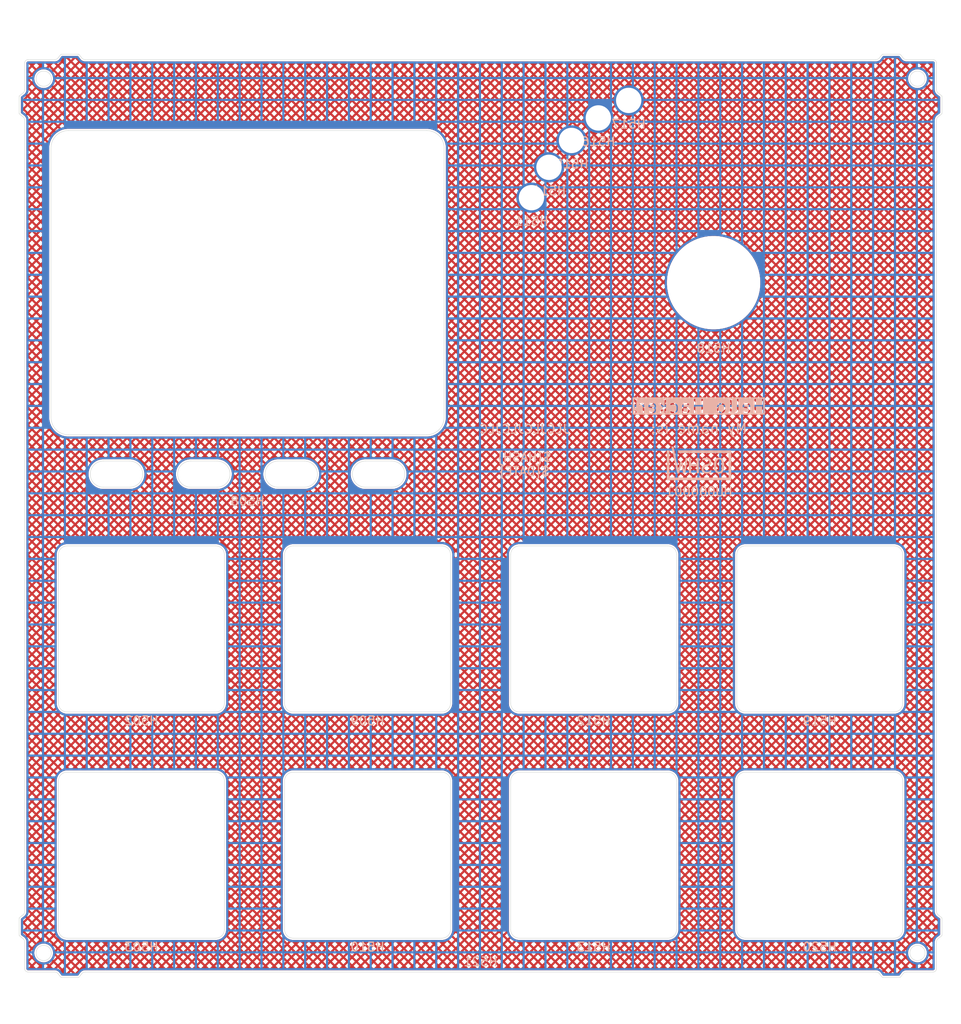
<source format=kicad_pcb>
(kicad_pcb (version 20241229) (generator "pcbnew") (generator_version "9.0")
  (layers (0 "F.Cu" signal) (2 "B.Cu" signal) (13 "F.Paste" user) (15 "B.Paste" user) (5 "F.SilkS" user "F.Silkscreen") (7 "B.SilkS" user "B.Silkscreen") (1 "F.Mask" user) (3 "B.Mask" user) (25 "Edge.Cuts" user))
  (net 0 "")
  (net 1 "GND")
  (footprint "suku_basics:FP_LED_TIGHT" (layer "F.Cu") (at 105.824921 63.60978)
    (property "Reference" "H511" (at 0 2.7 0) (layer "B.SilkS") (effects (justify mirror)))
    (property "Value" "LED")
    (pad "1" thru_hole circle (at 0 0 90) (size 3.1 3.1) (drill 2.9) (layers "*.Cu" "*.Mask") (net 1 "GND"))
  )
  (footprint "suku_basics:FP_SCREEN" (layer "F.Cu") (at 73.33 73.33)
    (property "Reference" "H508" (at 0 25 0) (layer "B.SilkS") (effects (justify mirror)))
    (property "Value" "Screen")
    (fp_line (start -22.5 15.4) (end -22.5 -15.4) (stroke (width 0.05)) (layer "Edge.Cuts"))
    (fp_line (start -20.5 -17.4) (end 20.5 -17.4) (stroke (width 0.05)) (layer "Edge.Cuts"))
    (fp_line (start -16.5 20.4) (end -13.5 20.4) (stroke (width 0.05)) (layer "Edge.Cuts"))
    (fp_line (start -13.5 23.4) (end -16.5 23.4) (stroke (width 0.05)) (layer "Edge.Cuts"))
    (fp_line (start -6.5 20.4) (end -3.5 20.4) (stroke (width 0.05)) (layer "Edge.Cuts"))
    (fp_line (start -3.5 23.4) (end -6.5 23.4) (stroke (width 0.05)) (layer "Edge.Cuts"))
    (fp_line (start 3.5 20.4) (end 6.5 20.4) (stroke (width 0.05)) (layer "Edge.Cuts"))
    (fp_line (start 6.5 23.4) (end 3.5 23.4) (stroke (width 0.05)) (layer "Edge.Cuts"))
    (fp_line (start 13.5 20.4) (end 16.5 20.4) (stroke (width 0.05)) (layer "Edge.Cuts"))
    (fp_line (start 16.5 23.4) (end 13.5 23.4) (stroke (width 0.05)) (layer "Edge.Cuts"))
    (fp_line (start 20.5 17.4) (end -20.5 17.4) (stroke (width 0.05)) (layer "Edge.Cuts"))
    (fp_line (start 22.5 -15.4) (end 22.5 15.4) (stroke (width 0.05)) (layer "Edge.Cuts"))
    (fp_arc (start -22.5 -15.4) (mid -21.914214 -16.814214) (end -20.5 -17.4) (stroke (width 0.05)) (layer "Edge.Cuts"))
    (fp_arc (start -20.5 17.4) (mid -21.914214 16.814214) (end -22.5 15.4) (stroke (width 0.05)) (layer "Edge.Cuts"))
    (fp_arc (start -18 21.9) (mid -17.56066 20.83934) (end -16.5 20.4) (stroke (width 0.05)) (layer "Edge.Cuts"))
    (fp_arc (start -16.5 23.4) (mid -17.56066 22.96066) (end -18 21.9) (stroke (width 0.05)) (layer "Edge.Cuts"))
    (fp_arc (start -13.5 20.4) (mid -12.43934 20.83934) (end -12 21.9) (stroke (width 0.05)) (layer "Edge.Cuts"))
    (fp_arc (start -12 21.9) (mid -12.43934 22.96066) (end -13.5 23.4) (stroke (width 0.05)) (layer "Edge.Cuts"))
    (fp_arc (start -8 21.9) (mid -7.56066 20.83934) (end -6.5 20.4) (stroke (width 0.05)) (layer "Edge.Cuts"))
    (fp_arc (start -6.5 23.4) (mid -7.56066 22.96066) (end -8 21.9) (stroke (width 0.05)) (layer "Edge.Cuts"))
    (fp_arc (start -3.5 20.4) (mid -2.43934 20.83934) (end -2 21.9) (stroke (width 0.05)) (layer "Edge.Cuts"))
    (fp_arc (start -2 21.9) (mid -2.43934 22.96066) (end -3.5 23.4) (stroke (width 0.05)) (layer "Edge.Cuts"))
    (fp_arc (start 2 21.9) (mid 2.43934 20.83934) (end 3.5 20.4) (stroke (width 0.05)) (layer "Edge.Cuts"))
    (fp_arc (start 3.5 23.4) (mid 2.43934 22.96066) (end 2 21.9) (stroke (width 0.05)) (layer "Edge.Cuts"))
    (fp_arc (start 6.5 20.4) (mid 7.56066 20.83934) (end 8 21.9) (stroke (width 0.05)) (layer "Edge.Cuts"))
    (fp_arc (start 8 21.9) (mid 7.56066 22.96066) (end 6.5 23.4) (stroke (width 0.05)) (layer "Edge.Cuts"))
    (fp_arc (start 12 21.9) (mid 12.43934 20.83934) (end 13.5 20.4) (stroke (width 0.05)) (layer "Edge.Cuts"))
    (fp_arc (start 13.5 23.4) (mid 12.43934 22.96066) (end 12 21.9) (stroke (width 0.05)) (layer "Edge.Cuts"))
    (fp_arc (start 16.5 20.4) (mid 17.56066 20.83934) (end 18 21.9) (stroke (width 0.05)) (layer "Edge.Cuts"))
    (fp_arc (start 18 21.9) (mid 17.56066 22.96066) (end 16.5 23.4) (stroke (width 0.05)) (layer "Edge.Cuts"))
    (fp_arc (start 20.5 -17.4) (mid 21.914214 -16.814214) (end 22.5 -15.4) (stroke (width 0.05)) (layer "Edge.Cuts"))
    (fp_arc (start 22.5 15.4) (mid 21.914214 16.814214) (end 20.5 17.4) (stroke (width 0.05)) (layer "Edge.Cuts"))
  )
  (footprint "suku_basics:FP_LED_TIGHT" (layer "F.Cu") (at 107.829503 60.137742)
    (property "Reference" "H514" (at 0 2.7 0) (layer "B.SilkS") (effects (justify mirror)))
    (property "Value" "LED")
    (pad "1" thru_hole circle (at 0 0 90) (size 3.1 3.1) (drill 2.9) (layers "*.Cu" "*.Mask") (net 1 "GND"))
  )
  (footprint "suku_basics:FP_BUTTON" (layer "F.Cu") (at 61.185625 112.938125)
    (property "Reference" "H502" (at 0 10.5 0) (layer "B.SilkS") (effects (justify mirror)))
    (property "Value" "Button")
    (fp_line (start -9.5 8.5) (end -9.5 -8.5) (stroke (width 0.05)) (layer "Edge.Cuts"))
    (fp_line (start -8.5 -9.5) (end 8.5 -9.5) (stroke (width 0.05)) (layer "Edge.Cuts"))
    (fp_line (start 8.5 9.5) (end -8.5 9.5) (stroke (width 0.05)) (layer "Edge.Cuts"))
    (fp_line (start 9.5 -8.5) (end 9.5 8.5) (stroke (width 0.05)) (layer "Edge.Cuts"))
    (fp_arc (start -9.5 -8.5) (mid -9.207089 -9.207089) (end -8.5 -9.5) (stroke (width 0.05)) (layer "Edge.Cuts"))
    (fp_arc (start -8.5 9.5) (mid -9.207114 9.207114) (end -9.5 8.5) (stroke (width 0.05)) (layer "Edge.Cuts"))
    (fp_arc (start 8.5 -9.5) (mid 9.207107 -9.207107) (end 9.5 -8.5) (stroke (width 0.05)) (layer "Edge.Cuts"))
    (fp_arc (start 9.5 8.5) (mid 9.207124 9.207124) (end 8.5 9.5) (stroke (width 0.05)) (layer "Edge.Cuts"))
  )
  (footprint "suku_basics:FP_OUTLINE_2" (layer "F.Cu") (at 100 100)
    (property "Reference" "H521" (at 0 51 0) (layer "B.SilkS") (effects (justify mirror)))
    (property "Value" "Outline")
    (fp_line (start -52.799999 -46.000001) (end -52.799999 -47.999999) (stroke (width 0.05)) (layer "Edge.Cuts"))
    (fp_line (start -52.799999 46.000001) (end -52.799999 47.999999) (stroke (width 0.05)) (layer "Edge.Cuts"))
    (fp_line (start -52.391736 -48.337979) (end -52.52462 -48.23693) (stroke (width 0.05)) (layer "Edge.Cuts"))
    (fp_line (start -52.391736 -45.662021) (end -52.52462 -45.76307) (stroke (width 0.05)) (layer "Edge.Cuts"))
    (fp_line (start -52.391736 45.662021) (end -52.52462 45.76307) (stroke (width 0.05)) (layer "Edge.Cuts"))
    (fp_line (start -52.391736 48.337979) (end -52.52462 48.23693) (stroke (width 0.05)) (layer "Edge.Cuts"))
    (fp_line (start -52.175 -48.75) (end -52.175 -51.8) (stroke (width 0.05)) (layer "Edge.Cuts"))
    (fp_line (start -52.175 45.25) (end -52.175 -45.25) (stroke (width 0.05)) (layer "Edge.Cuts"))
    (fp_line (start -52.175 48.75) (end -52.175 51.8) (stroke (width 0.05)) (layer "Edge.Cuts"))
    (fp_line (start -48.75 -52.175) (end -51.8 -52.175) (stroke (width 0.05)) (layer "Edge.Cuts"))
    (fp_line (start -48.75 52.175) (end -51.8 52.175) (stroke (width 0.05)) (layer "Edge.Cuts"))
    (fp_line (start -48.337979 -52.391736) (end -48.23693 -52.52462) (stroke (width 0.05)) (layer "Edge.Cuts"))
    (fp_line (start -48.337979 52.391736) (end -48.23693 52.52462) (stroke (width 0.05)) (layer "Edge.Cuts"))
    (fp_line (start -46.000001 -52.799999) (end -47.999999 -52.799999) (stroke (width 0.05)) (layer "Edge.Cuts"))
    (fp_line (start -46.000001 52.799999) (end -47.999999 52.799999) (stroke (width 0.05)) (layer "Edge.Cuts"))
    (fp_line (start -45.662021 -52.391736) (end -45.76307 -52.52462) (stroke (width 0.05)) (layer "Edge.Cuts"))
    (fp_line (start -45.662021 52.391736) (end -45.76307 52.52462) (stroke (width 0.05)) (layer "Edge.Cuts"))
    (fp_line (start -45.25 -52.175) (end 45.25 -52.175) (stroke (width 0.05)) (layer "Edge.Cuts"))
    (fp_line (start 45.25 52.175) (end -45.25 52.175) (stroke (width 0.05)) (layer "Edge.Cuts"))
    (fp_line (start 45.662021 -52.391736) (end 45.76307 -52.52462) (stroke (width 0.05)) (layer "Edge.Cuts"))
    (fp_line (start 45.662021 52.391736) (end 45.76307 52.52462) (stroke (width 0.05)) (layer "Edge.Cuts"))
    (fp_line (start 46.000001 -52.799999) (end 47.999999 -52.799999) (stroke (width 0.05)) (layer "Edge.Cuts"))
    (fp_line (start 46.000001 52.799999) (end 47.999999 52.799999) (stroke (width 0.05)) (layer "Edge.Cuts"))
    (fp_line (start 48.337979 -52.391736) (end 48.23693 -52.52462) (stroke (width 0.05)) (layer "Edge.Cuts"))
    (fp_line (start 48.337979 52.391736) (end 48.23693 52.52462) (stroke (width 0.05)) (layer "Edge.Cuts"))
    (fp_line (start 48.75 -52.175) (end 51.8 -52.175) (stroke (width 0.05)) (layer "Edge.Cuts"))
    (fp_line (start 48.75 52.175) (end 51.8 52.175) (stroke (width 0.05)) (layer "Edge.Cuts"))
    (fp_line (start 52.175 -48.75) (end 52.175 -51.8) (stroke (width 0.05)) (layer "Edge.Cuts"))
    (fp_line (start 52.175 -45.25) (end 52.175 45.25) (stroke (width 0.05)) (layer "Edge.Cuts"))
    (fp_line (start 52.175 48.75) (end 52.175 51.8) (stroke (width 0.05)) (layer "Edge.Cuts"))
    (fp_line (start 52.391736 -48.337979) (end 52.52462 -48.23693) (stroke (width 0.05)) (layer "Edge.Cuts"))
    (fp_line (start 52.391736 -45.662021) (end 52.52462 -45.76307) (stroke (width 0.05)) (layer "Edge.Cuts"))
    (fp_line (start 52.391736 45.662021) (end 52.52462 45.76307) (stroke (width 0.05)) (layer "Edge.Cuts"))
    (fp_line (start 52.391736 48.337979) (end 52.52462 48.23693) (stroke (width 0.05)) (layer "Edge.Cuts"))
    (fp_line (start 52.799999 -46.000001) (end 52.799999 -47.999999) (stroke (width 0.05)) (layer "Edge.Cuts"))
    (fp_line (start 52.799999 46.000001) (end 52.799999 47.999999) (stroke (width 0.05)) (layer "Edge.Cuts"))
    (fp_arc (start -52.799999 -47.999999) (mid -52.669574 -48.126908) (end -52.52462 -48.23693) (stroke (width 0.05)) (layer "Edge.Cuts"))
    (fp_arc (start -52.799999 46.000001) (mid -52.669574 45.873092) (end -52.52462 45.76307) (stroke (width 0.05)) (layer "Edge.Cuts"))
    (fp_arc (start -52.52462 -45.76307) (mid -52.669574 -45.873092) (end -52.799999 -46.000001) (stroke (width 0.05)) (layer "Edge.Cuts"))
    (fp_arc (start -52.52462 48.23693) (mid -52.669574 48.126908) (end -52.799999 47.999999) (stroke (width 0.05)) (layer "Edge.Cuts"))
    (fp_arc (start -52.391736 -45.662021) (mid -52.232489 -45.482774) (end -52.175 -45.25) (stroke (width 0.05)) (layer "Edge.Cuts"))
    (fp_arc (start -52.391736 48.337979) (mid -52.232489 48.517226) (end -52.175 48.75) (stroke (width 0.05)) (layer "Edge.Cuts"))
    (fp_arc (start -52.175 -51.8) (mid -52.065165 -52.065165) (end -51.8 -52.175) (stroke (width 0.05)) (layer "Edge.Cuts"))
    (fp_arc (start -52.175 -48.75) (mid -52.232489 -48.517226) (end -52.391736 -48.337979) (stroke (width 0.05)) (layer "Edge.Cuts"))
    (fp_arc (start -52.175 45.25) (mid -52.232489 45.482774) (end -52.391736 45.662021) (stroke (width 0.05)) (layer "Edge.Cuts"))
    (fp_arc (start -51.8 52.175) (mid -52.065165 52.065165) (end -52.175 51.8) (stroke (width 0.05)) (layer "Edge.Cuts"))
    (fp_arc (start -48.75 52.175) (mid -48.517226 52.232489) (end -48.337979 52.391736) (stroke (width 0.05)) (layer "Edge.Cuts"))
    (fp_arc (start -48.337979 -52.391736) (mid -48.517226 -52.232489) (end -48.75 -52.175) (stroke (width 0.05)) (layer "Edge.Cuts"))
    (fp_arc (start -48.23693 -52.52462) (mid -48.126908 -52.669574) (end -47.999999 -52.799999) (stroke (width 0.05)) (layer "Edge.Cuts"))
    (fp_arc (start -47.999999 52.799999) (mid -48.126908 52.669574) (end -48.23693 52.52462) (stroke (width 0.05)) (layer "Edge.Cuts"))
    (fp_arc (start -46.000001 -52.799999) (mid -45.873092 -52.669574) (end -45.76307 -52.52462) (stroke (width 0.05)) (layer "Edge.Cuts"))
    (fp_arc (start -45.76307 52.52462) (mid -45.873092 52.669574) (end -46.000001 52.799999) (stroke (width 0.05)) (layer "Edge.Cuts"))
    (fp_arc (start -45.662021 52.391736) (mid -45.482774 52.232489) (end -45.25 52.175) (stroke (width 0.05)) (layer "Edge.Cuts"))
    (fp_arc (start -45.25 -52.175) (mid -45.482774 -52.232489) (end -45.662021 -52.391736) (stroke (width 0.05)) (layer "Edge.Cuts"))
    (fp_arc (start 45.25 52.175) (mid 45.482775 52.232489) (end 45.662021 52.391736) (stroke (width 0.05)) (layer "Edge.Cuts"))
    (fp_arc (start 45.662021 -52.391736) (mid 45.482774 -52.232489) (end 45.25 -52.175) (stroke (width 0.05)) (layer "Edge.Cuts"))
    (fp_arc (start 45.76307 -52.52462) (mid 45.873092 -52.669574) (end 46.000001 -52.799999) (stroke (width 0.05)) (layer "Edge.Cuts"))
    (fp_arc (start 46.000001 52.799999) (mid 45.873092 52.669574) (end 45.76307 52.52462) (stroke (width 0.05)) (layer "Edge.Cuts"))
    (fp_arc (start 47.999999 -52.799999) (mid 48.126908 -52.669574) (end 48.23693 -52.52462) (stroke (width 0.05)) (layer "Edge.Cuts"))
    (fp_arc (start 48.23693 52.52462) (mid 48.126908 52.669574) (end 47.999999 52.799999) (stroke (width 0.05)) (layer "Edge.Cuts"))
    (fp_arc (start 48.337979 52.391736) (mid 48.517226 52.232489) (end 48.75 52.175) (stroke (width 0.05)) (layer "Edge.Cuts"))
    (fp_arc (start 48.75 -52.175) (mid 48.517225 -52.232489) (end 48.337979 -52.391736) (stroke (width 0.05)) (layer "Edge.Cuts"))
    (fp_arc (start 51.8 -52.175) (mid 52.065165 -52.065165) (end 52.175 -51.8) (stroke (width 0.05)) (layer "Edge.Cuts"))
    (fp_arc (start 52.175 -45.25) (mid 52.232489 -45.482775) (end 52.391736 -45.662021) (stroke (width 0.05)) (layer "Edge.Cuts"))
    (fp_arc (start 52.175 48.75) (mid 52.232489 48.517225) (end 52.391736 48.337979) (stroke (width 0.05)) (layer "Edge.Cuts"))
    (fp_arc (start 52.175 51.8) (mid 52.065165 52.065165) (end 51.8 52.175) (stroke (width 0.05)) (layer "Edge.Cuts"))
    (fp_arc (start 52.391736 -48.337979) (mid 52.232489 -48.517226) (end 52.175 -48.75) (stroke (width 0.05)) (layer "Edge.Cuts"))
    (fp_arc (start 52.391736 45.662021) (mid 52.232489 45.482774) (end 52.175 45.25) (stroke (width 0.05)) (layer "Edge.Cuts"))
    (fp_arc (start 52.52462 -48.23693) (mid 52.669574 -48.126908) (end 52.799999 -47.999999) (stroke (width 0.05)) (layer "Edge.Cuts"))
    (fp_arc (start 52.52462 45.76307) (mid 52.669574 45.873092) (end 52.799999 46.000001) (stroke (width 0.05)) (layer "Edge.Cuts"))
    (fp_arc (start 52.799999 -46.000001) (mid 52.669574 -45.873092) (end 52.52462 -45.76307) (stroke (width 0.05)) (layer "Edge.Cuts"))
    (fp_arc (start 52.799999 47.999999) (mid 52.669574 48.126908) (end 52.52462 48.23693) (stroke (width 0.05)) (layer "Edge.Cuts"))
    (fp_circle (center -50 -50) (end -49.125 -50) (stroke (width 0.05)) (fill no) (layer "Edge.Cuts"))
    (fp_circle (center -50 50) (end -49.125 50) (stroke (width 0.05)) (fill no) (layer "Edge.Cuts"))
    (fp_circle (center 50 -50) (end 50.875 -50) (stroke (width 0.05)) (fill no) (layer "Edge.Cuts"))
    (fp_circle (center 50 50) (end 50.875 50) (stroke (width 0.05)) (fill no) (layer "Edge.Cuts"))
  )
  (footprint "suku_basics:FP_BUTTON" (layer "F.Cu") (at 87.061875 112.938125)
    (property "Reference" "H509" (at 0 10.5 0) (layer "B.SilkS") (effects (justify mirror)))
    (property "Value" "Button")
    (fp_line (start -9.5 8.5) (end -9.5 -8.5) (stroke (width 0.05)) (layer "Edge.Cuts"))
    (fp_line (start -8.5 -9.5) (end 8.5 -9.5) (stroke (width 0.05)) (layer "Edge.Cuts"))
    (fp_line (start 8.5 9.5) (end -8.5 9.5) (stroke (width 0.05)) (layer "Edge.Cuts"))
    (fp_line (start 9.5 -8.5) (end 9.5 8.5) (stroke (width 0.05)) (layer "Edge.Cuts"))
    (fp_arc (start -9.5 -8.5) (mid -9.207089 -9.207089) (end -8.5 -9.5) (stroke (width 0.05)) (layer "Edge.Cuts"))
    (fp_arc (start -8.5 9.5) (mid -9.207114 9.207114) (end -9.5 8.5) (stroke (width 0.05)) (layer "Edge.Cuts"))
    (fp_arc (start 8.5 -9.5) (mid 9.207107 -9.207107) (end 9.5 -8.5) (stroke (width 0.05)) (layer "Edge.Cuts"))
    (fp_arc (start 9.5 8.5) (mid 9.207124 9.207124) (end 8.5 9.5) (stroke (width 0.05)) (layer "Edge.Cuts"))
  )
  (footprint "suku_basics:FP_LED_TIGHT" (layer "F.Cu") (at 116.94978 52.484921)
    (property "Reference" "H517" (at 0 2.7 0) (layer "B.SilkS") (effects (justify mirror)))
    (property "Value" "LED")
    (pad "1" thru_hole circle (at 0 0 90) (size 3.1 3.1) (drill 2.9) (layers "*.Cu" "*.Mask") (net 1 "GND"))
  )
  (footprint "suku_basics:FP_BUTTON" (layer "F.Cu") (at 61.185625 138.814375)
    (property "Reference" "H503" (at 0 10.5 0) (layer "B.SilkS") (effects (justify mirror)))
    (property "Value" "Button")
    (fp_line (start -9.5 8.5) (end -9.5 -8.5) (stroke (width 0.05)) (layer "Edge.Cuts"))
    (fp_line (start -8.5 -9.5) (end 8.5 -9.5) (stroke (width 0.05)) (layer "Edge.Cuts"))
    (fp_line (start 8.5 9.5) (end -8.5 9.5) (stroke (width 0.05)) (layer "Edge.Cuts"))
    (fp_line (start 9.5 -8.5) (end 9.5 8.5) (stroke (width 0.05)) (layer "Edge.Cuts"))
    (fp_arc (start -9.5 -8.5) (mid -9.207089 -9.207089) (end -8.5 -9.5) (stroke (width 0.05)) (layer "Edge.Cuts"))
    (fp_arc (start -8.5 9.5) (mid -9.207114 9.207114) (end -9.5 8.5) (stroke (width 0.05)) (layer "Edge.Cuts"))
    (fp_arc (start 8.5 -9.5) (mid 9.207107 -9.207107) (end 9.5 -8.5) (stroke (width 0.05)) (layer "Edge.Cuts"))
    (fp_arc (start 9.5 8.5) (mid 9.207124 9.207124) (end 8.5 9.5) (stroke (width 0.05)) (layer "Edge.Cuts"))
  )
  (footprint "suku_basics:FP_BUTTON" (layer "F.Cu") (at 112.938125 138.814375)
    (property "Reference" "H513" (at 0 10.5 0) (layer "B.SilkS") (effects (justify mirror)))
    (property "Value" "Button")
    (fp_line (start -9.5 8.5) (end -9.5 -8.5) (stroke (width 0.05)) (layer "Edge.Cuts"))
    (fp_line (start -8.5 -9.5) (end 8.5 -9.5) (stroke (width 0.05)) (layer "Edge.Cuts"))
    (fp_line (start 8.5 9.5) (end -8.5 9.5) (stroke (width 0.05)) (layer "Edge.Cuts"))
    (fp_line (start 9.5 -8.5) (end 9.5 8.5) (stroke (width 0.05)) (layer "Edge.Cuts"))
    (fp_arc (start -9.5 -8.5) (mid -9.207089 -9.207089) (end -8.5 -9.5) (stroke (width 0.05)) (layer "Edge.Cuts"))
    (fp_arc (start -8.5 9.5) (mid -9.207114 9.207114) (end -9.5 8.5) (stroke (width 0.05)) (layer "Edge.Cuts"))
    (fp_arc (start 8.5 -9.5) (mid 9.207107 -9.207107) (end 9.5 -8.5) (stroke (width 0.05)) (layer "Edge.Cuts"))
    (fp_arc (start 9.5 8.5) (mid 9.207124 9.207124) (end 8.5 9.5) (stroke (width 0.05)) (layer "Edge.Cuts"))
  )
  (footprint "suku_basics:FP_LED_TIGHT" (layer "F.Cu") (at 110.406544 57.066544)
    (property "Reference" "H515" (at 0 2.7 0) (layer "B.SilkS") (effects (justify mirror)))
    (property "Value" "LED")
    (pad "1" thru_hole circle (at 0 0 90) (size 3.1 3.1) (drill 2.9) (layers "*.Cu" "*.Mask") (net 1 "GND"))
  )
  (footprint "suku_basics:FP_BUTTON" (layer "F.Cu") (at 138.814375 112.938125)
    (property "Reference" "H519" (at 0 10.5 0) (layer "B.SilkS") (effects (justify mirror)))
    (property "Value" "Button")
    (fp_line (start -9.5 8.5) (end -9.5 -8.5) (stroke (width 0.05)) (layer "Edge.Cuts"))
    (fp_line (start -8.5 -9.5) (end 8.5 -9.5) (stroke (width 0.05)) (layer "Edge.Cuts"))
    (fp_line (start 8.5 9.5) (end -8.5 9.5) (stroke (width 0.05)) (layer "Edge.Cuts"))
    (fp_line (start 9.5 -8.5) (end 9.5 8.5) (stroke (width 0.05)) (layer "Edge.Cuts"))
    (fp_arc (start -9.5 -8.5) (mid -9.207089 -9.207089) (end -8.5 -9.5) (stroke (width 0.05)) (layer "Edge.Cuts"))
    (fp_arc (start -8.5 9.5) (mid -9.207114 9.207114) (end -9.5 8.5) (stroke (width 0.05)) (layer "Edge.Cuts"))
    (fp_arc (start 8.5 -9.5) (mid 9.207107 -9.207107) (end 9.5 -8.5) (stroke (width 0.05)) (layer "Edge.Cuts"))
    (fp_arc (start 9.5 8.5) (mid 9.207124 9.207124) (end 8.5 9.5) (stroke (width 0.05)) (layer "Edge.Cuts"))
  )
  (footprint "suku_basics:FP_LED_TIGHT" (layer "F.Cu") (at 113.477742 54.489503)
    (property "Reference" "H516" (at 0 2.7 0) (layer "B.SilkS") (effects (justify mirror)))
    (property "Value" "LED")
    (pad "1" thru_hole circle (at 0 0 90) (size 3.1 3.1) (drill 2.9) (layers "*.Cu" "*.Mask") (net 1 "GND"))
  )
  (footprint "suku_basics:FP_BUTTON" (layer "F.Cu") (at 138.814375 138.814375)
    (property "Reference" "H520" (at 0 10.5 0) (layer "B.SilkS") (effects (justify mirror)))
    (property "Value" "Button")
    (fp_line (start -9.5 8.5) (end -9.5 -8.5) (stroke (width 0.05)) (layer "Edge.Cuts"))
    (fp_line (start -8.5 -9.5) (end 8.5 -9.5) (stroke (width 0.05)) (layer "Edge.Cuts"))
    (fp_line (start 8.5 9.5) (end -8.5 9.5) (stroke (width 0.05)) (layer "Edge.Cuts"))
    (fp_line (start 9.5 -8.5) (end 9.5 8.5) (stroke (width 0.05)) (layer "Edge.Cuts"))
    (fp_arc (start -9.5 -8.5) (mid -9.207089 -9.207089) (end -8.5 -9.5) (stroke (width 0.05)) (layer "Edge.Cuts"))
    (fp_arc (start -8.5 9.5) (mid -9.207114 9.207114) (end -9.5 8.5) (stroke (width 0.05)) (layer "Edge.Cuts"))
    (fp_arc (start 8.5 -9.5) (mid 9.207107 -9.207107) (end 9.5 -8.5) (stroke (width 0.05)) (layer "Edge.Cuts"))
    (fp_arc (start 9.5 8.5) (mid 9.207124 9.207124) (end 8.5 9.5) (stroke (width 0.05)) (layer "Edge.Cuts"))
  )
  (footprint "suku_basics:FP_BUTTON" (layer "F.Cu") (at 87.061875 138.814375)
    (property "Reference" "H510" (at 0 10.5 0) (layer "B.SilkS") (effects (justify mirror)))
    (property "Value" "Button")
    (fp_line (start -9.5 8.5) (end -9.5 -8.5) (stroke (width 0.05)) (layer "Edge.Cuts"))
    (fp_line (start -8.5 -9.5) (end 8.5 -9.5) (stroke (width 0.05)) (layer "Edge.Cuts"))
    (fp_line (start 8.5 9.5) (end -8.5 9.5) (stroke (width 0.05)) (layer "Edge.Cuts"))
    (fp_line (start 9.5 -8.5) (end 9.5 8.5) (stroke (width 0.05)) (layer "Edge.Cuts"))
    (fp_arc (start -9.5 -8.5) (mid -9.207089 -9.207089) (end -8.5 -9.5) (stroke (width 0.05)) (layer "Edge.Cuts"))
    (fp_arc (start -8.5 9.5) (mid -9.207114 9.207114) (end -9.5 8.5) (stroke (width 0.05)) (layer "Edge.Cuts"))
    (fp_arc (start 8.5 -9.5) (mid 9.207107 -9.207107) (end 9.5 -8.5) (stroke (width 0.05)) (layer "Edge.Cuts"))
    (fp_arc (start 9.5 8.5) (mid 9.207124 9.207124) (end 8.5 9.5) (stroke (width 0.05)) (layer "Edge.Cuts"))
  )
  (footprint "suku_basics:FP_ENDLESS" (layer "F.Cu") (at 126.67 73.33)
    (property "Reference" "H518" (at 0 7.5 0) (layer "B.SilkS") (effects (justify mirror)))
    (property "Value" "Endless")
    (pad "" np_thru_hole circle (at 0 0 90) (size 1.5 1.5) (drill 10.5) (layers "*.Cu" "*.Mask"))
  )
  (footprint "suku_basics:FP_BUTTON" (layer "F.Cu") (at 112.938125 112.938125)
    (property "Reference" "H512" (at 0 10.5 0) (layer "B.SilkS") (effects (justify mirror)))
    (property "Value" "Button")
    (fp_line (start -9.5 8.5) (end -9.5 -8.5) (stroke (width 0.05)) (layer "Edge.Cuts"))
    (fp_line (start -8.5 -9.5) (end 8.5 -9.5) (stroke (width 0.05)) (layer "Edge.Cuts"))
    (fp_line (start 8.5 9.5) (end -8.5 9.5) (stroke (width 0.05)) (layer "Edge.Cuts"))
    (fp_line (start 9.5 -8.5) (end 9.5 8.5) (stroke (width 0.05)) (layer "Edge.Cuts"))
    (fp_arc (start -9.5 -8.5) (mid -9.207089 -9.207089) (end -8.5 -9.5) (stroke (width 0.05)) (layer "Edge.Cuts"))
    (fp_arc (start -8.5 9.5) (mid -9.207114 9.207114) (end -9.5 8.5) (stroke (width 0.05)) (layer "Edge.Cuts"))
    (fp_arc (start 8.5 -9.5) (mid 9.207107 -9.207107) (end 9.5 -8.5) (stroke (width 0.05)) (layer "Edge.Cuts"))
    (fp_arc (start 9.5 8.5) (mid 9.207124 9.207124) (end 8.5 9.5) (stroke (width 0.05)) (layer "Edge.Cuts"))
  )
  (footprint "suku_basics:OSHWA" (layer "B.Cu") (at 125 95 180)
    (property "Reference" "H501" (hide yes))
    (property "Value" "Outline" (hide yes))
    (fp_poly (pts (xy 3.689316 -0.925456) (xy -3.689315 -0.925456) (xy -3.689315 2.488724) (xy 2.37617 2.488724) (xy 2.37617 2.176071) (xy -3.389168 2.176071) (xy -3.389168 -0.625308) (xy 3.389071 -0.625308) (xy 3.392246 0.928582) (xy 3.395421 2.482471) (xy 3.542369 2.485995) (xy 3.689316 2.489518)) (fill yes) (layer "B.SilkS"))
    (fp_poly (pts (xy 0.146948 1.623126) (xy 0.268883 1.619547) (xy 0.275519 0.900443) (xy 0.91295 0.900443) (xy 0.91295 1.6258) (xy 1.150567 1.6258) (xy 1.150567 -0.125062) (xy 0.91295 -0.125062) (xy 0.91295 0.700344) (xy 0.275136 0.700344) (xy 0.275136 -0.125062) (xy 0.025013 -0.125062) (xy 0.025013 1.626706)) (fill yes) (layer "B.SilkS"))
    (fp_poly (pts (xy -3.526735 -2.088528) (xy -3.101526 -2.088528) (xy -3.101526 -1.613294) (xy -2.951452 -1.613294) (xy -2.951452 -2.763861) (xy -3.101038 -2.763861) (xy -3.104409 -2.491852) (xy -3.107779 -2.219843) (xy -3.526735 -2.212985) (xy -3.526735 -2.763861) (xy -3.689315 -2.763861) (xy -3.689315 -1.613294) (xy -3.526735 -1.613294)) (fill yes) (layer "B.SilkS"))
    (fp_poly (pts (xy 2.423363 -2.099022) (xy 2.455397 -2.12638) (xy 2.472875 -2.164417) (xy 2.473375 -2.206947) (xy 2.454476 -2.247785) (xy 2.445522 -2.25793) (xy 2.405042 -2.283341) (xy 2.360014 -2.288196) (xy 2.318075 -2.272398) (xy 2.303313 -2.259682) (xy 2.278977 -2.218539) (xy 2.275667 -2.175058) (xy 2.290781 -2.135108) (xy 2.321718 -2.104558) (xy 2.365875 -2.089276) (xy 2.379195 -2.088528)) (fill yes) (layer "B.SilkS"))
    (fp_poly (pts (xy 1.472895 -2.099022) (xy 1.504929 -2.12638) (xy 1.522407 -2.164417) (xy 1.522907 -2.206947) (xy 1.504008 -2.247785) (xy 1.495054 -2.25793) (xy 1.454575 -2.283341) (xy 1.409546 -2.288196) (xy 1.367607 -2.272398) (xy 1.352845 -2.259682) (xy 1.328509 -2.218539) (xy 1.325199 -2.175058) (xy 1.340313 -2.135108) (xy 1.37125 -2.104558) (xy 1.415407 -2.089276) (xy 1.428727 -2.088528)) (fill yes) (layer "B.SilkS"))
    (fp_poly (pts (xy 0.522427 -2.099022) (xy 0.554461 -2.12638) (xy 0.571939 -2.164417) (xy 0.57244 -2.206947) (xy 0.55354 -2.247785) (xy 0.544587 -2.25793) (xy 0.504107 -2.283341) (xy 0.459078 -2.288196) (xy 0.417139 -2.272398) (xy 0.402377 -2.259682) (xy 0.378041 -2.218539) (xy 0.374731 -2.175058) (xy 0.389846 -2.135108) (xy 0.420782 -2.104558) (xy 0.464939 -2.089276) (xy 0.478259 -2.088528)) (fill yes) (layer "B.SilkS"))
    (fp_poly (pts (xy -0.428041 -2.099022) (xy -0.396007 -2.12638) (xy -0.378529 -2.164417) (xy -0.378028 -2.206947) (xy -0.396927 -2.247785) (xy -0.405881 -2.25793) (xy -0.446361 -2.283341) (xy -0.491389 -2.288196) (xy -0.533328 -2.272398) (xy -0.54809 -2.259682) (xy -0.572426 -2.218539) (xy -0.575736 -2.175058) (xy -0.560622 -2.135108) (xy -0.529686 -2.104558) (xy -0.485529 -2.089276) (xy -0.472209 -2.088528)) (fill yes) (layer "B.SilkS"))
    (fp_poly (pts (xy -1.366002 -2.099022) (xy -1.333968 -2.12638) (xy -1.31649 -2.164417) (xy -1.31599 -2.206947) (xy -1.334889 -2.247785) (xy -1.343843 -2.25793) (xy -1.384322 -2.283341) (xy -1.429351 -2.288196) (xy -1.47129 -2.272398) (xy -1.486052 -2.259682) (xy -1.510388 -2.218539) (xy -1.513698 -2.175058) (xy -1.498584 -2.135108) (xy -1.467647 -2.104558) (xy -1.42349 -2.089276) (xy -1.41017 -2.088528)) (fill yes) (layer "B.SilkS"))
    (fp_poly (pts (xy 3.439193 -2.626293) (xy 3.67681 -2.626293) (xy 3.67681 -2.763861) (xy 3.037689 -2.763861) (xy 3.041469 -2.698203) (xy 3.045249 -2.632546) (xy 3.167184 -2.628966) (xy 3.289119 -2.625387) (xy 3.289119 -2.194378) (xy 3.288777 -2.074495) (xy 3.287778 -1.971946) (xy 3.286163 -1.888188) (xy 3.283972 -1.824679) (xy 3.281247 -1.782877) (xy 3.278027 -1.76424) (xy 3.277097 -1.763368) (xy 3.260168 -1.766055) (xy 3.225245 -1.773232) (xy 3.178662 -1.78357) (xy 3.157804 -1.78838) (xy 3.108191 -1.799632) (xy 3.067562 -1.808258) (xy 3.042296 -1.81293) (xy 3.037888 -1.813393) (xy 3.031169 -1.801857) (xy 3.028386 -1.770697) (xy 3.028992 -1.742407) (xy 3.032743 -1.671421) (xy 3.157804 -1.642959) (xy 3.221273 -1.630301) (xy 3.285815 -1.620393) (xy 3.341191 -1.614699) (xy 3.361029 -1.613896) (xy 3.439193 -1.613294)) (fill yes) (layer "B.SilkS"))
    (fp_poly (pts (xy -2.561065 -2.0883) (xy -2.557508 -2.563306) (xy -2.519948 -2.600854) (xy -2.471266 -2.633373) (xy -2.409462 -2.651483) (xy -2.342226 -2.654652) (xy -2.277249 -2.642346) (xy -2.231814 -2.62084) (xy -2.214905 -2.608756) (xy -2.201041 -2.59515) (xy -2.189922 -2.577563) (xy -2.181246 -2.553532) (xy -2.17471 -2.520598) (xy -2.170015 -2.4763) (xy -2.166857 -2.418177) (xy -2.164936 -2.343768) (xy -2.16395 -2.250614) (xy -2.163598 -2.136253) (xy -2.163564 -2.063918) (xy -2.163564 -1.613294) (xy -1.998864 -1.613294) (xy -2.004222 -2.072895) (xy -2.006032 -2.205355) (xy -2.008145 -2.314667) (xy -2.01064 -2.402695) (xy -2.0136 -2.471303) (xy -2.017104 -2.522353) (xy -2.021235 -2.557709) (xy -2.026072 -2.579236) (xy -2.026235 -2.579707) (xy -2.061961 -2.646483) (xy -2.11637 -2.704712) (xy -2.18322 -2.74789) (xy -2.191159 -2.751482) (xy -2.248615 -2.76959) (xy -2.317403 -2.781305) (xy -2.387483 -2.785695) (xy -2.448813 -2.781827) (xy -2.469965 -2.7774) (xy -2.559864 -2.741802) (xy -2.631084 -2.690092) (xy -2.68309 -2.622692) (xy -2.694035 -2.60128) (xy -2.700795 -2.585557) (xy -2.706311 -2.568715) (xy -2.710737 -2.548089) (xy -2.714227 -2.52101) (xy -2.716934 -2.484812) (xy -2.719011 -2.436829) (xy -2.720611 -2.374392) (xy -2.721887 -2.294836) (xy -2.722993 -2.195492) (xy -2.724036 -2.079149) (xy -2.727983 -1.613294) (xy -2.564621 -1.613294)) (fill yes) (layer "B.SilkS"))
    (fp_poly (pts (xy 2.479267 -1.612912) (xy 2.544266 -1.637705) (xy 2.599169 -1.679949) (xy 2.633148 -1.719274) (xy 2.674326 -1.78977) (xy 2.706844 -1.879346) (xy 2.730172 -1.983428) (xy 2.743778 -2.09744) (xy 2.74713 -2.216809) (xy 2.739698 -2.336958) (xy 2.720951 -2.453315) (xy 2.719279 -2.460853) (xy 2.685784 -2.566283) (xy 2.637453 -2.652461) (xy 2.574704 -2.718771) (xy 2.520358 -2.754112) (xy 2.462001 -2.774198) (xy 2.391637 -2.783817) (xy 2.320306 -2.782224) (xy 2.266388 -2.771248) (xy 2.190068 -2.734152) (xy 2.12676 -2.676662) (xy 2.07604 -2.598241) (xy 2.037481 -2.498348) (xy 2.029936 -2.47091) (xy 2.018323 -2.407332) (xy 2.010576 -2.326836) (xy 2.006695 -2.23636) (xy 2.006682 -2.144806) (xy 2.167182 -2.144806) (xy 2.16743 -2.28475) (xy 2.177721 -2.402029) (xy 2.198129 -2.496918) (xy 2.228728 -2.569692) (xy 2.269592 -2.620626) (xy 2.3012 -2.641906) (xy 2.354246 -2.66084) (xy 2.403413 -2.659264) (xy 2.446617 -2.643425) (xy 2.48408 -2.616016) (xy 2.516627 -2.575561) (xy 2.519016 -2.571514) (xy 2.542248 -2.52449) (xy 2.559405 -2.473242) (xy 2.57121 -2.413306) (xy 2.578386 -2.340213) (xy 2.581657 -2.249498) (xy 2.58204 -2.182324) (xy 2.579984 -2.074424) (xy 2.573824 -1.987609) (xy 2.562709 -1.918165) (xy 2.545787 -1.862378) (xy 2.522209 -1.816533) (xy 2.491124 -1.776917) (xy 2.488534 -1.774164) (xy 2.458625 -1.745356) (xy 2.432972 -1.73103) (xy 2.400092 -1.726228) (xy 2.376635 -1.72585) (xy 2.335154 -1.727808) (xy 2.306456 -1.736951) (xy 2.278799 -1.75818) (xy 2.263454 -1.773092) (xy 2.232664 -1.809168) (xy 2.20913 -1.850513) (xy 2.19183 -1.901075) (xy 2.179739 -1.964803) (xy 2.171835 -2.045647) (xy 2.167182 -2.144806) (xy 2.006682 -2.144806) (xy 2.006682 -2.142843) (xy 2.010537 -2.053224) (xy 2.018263 -1.97444) (xy 2.029855 -1.913442) (xy 2.059663 -1.823267) (xy 2.096259 -1.751266) (xy 2.143074 -1.690827) (xy 2.148311 -1.685308) (xy 2.199716 -1.642072) (xy 2.257261 -1.615278) (xy 2.326695 -1.60302) (xy 2.398093 -1.602551)) (fill yes) (layer "B.SilkS"))
    (fp_poly (pts (xy 1.528799 -1.612912) (xy 1.593798 -1.637705) (xy 1.648701 -1.679949) (xy 1.68268 -1.719274) (xy 1.723858 -1.78977) (xy 1.756376 -1.879346) (xy 1.779704 -1.983428) (xy 1.79331 -2.09744) (xy 1.796663 -2.216809) (xy 1.789231 -2.336958) (xy 1.770483 -2.453315) (xy 1.768811 -2.460853) (xy 1.735316 -2.566283) (xy 1.686986 -2.652461) (xy 1.624236 -2.718771) (xy 1.569891 -2.754112) (xy 1.511533 -2.774198) (xy 1.44117 -2.783817) (xy 1.369838 -2.782224) (xy 1.31592 -2.771248) (xy 1.239601 -2.734152) (xy 1.176293 -2.676662) (xy 1.125572 -2.598241) (xy 1.087013 -2.498348) (xy 1.079469 -2.47091) (xy 1.067856 -2.407332) (xy 1.060108 -2.326836) (xy 1.056227 -2.23636) (xy 1.056214 -2.144806) (xy 1.216714 -2.144806) (xy 1.216962 -2.28475) (xy 1.227253 -2.402029) (xy 1.247661 -2.496918) (xy 1.27826 -2.569692) (xy 1.319124 -2.620626) (xy 1.350732 -2.641906) (xy 1.403779 -2.66084) (xy 1.452946 -2.659264) (xy 1.496149 -2.643425) (xy 1.533612 -2.616016) (xy 1.566159 -2.575561) (xy 1.568548 -2.571514) (xy 1.59178 -2.52449) (xy 1.608937 -2.473242) (xy 1.620742 -2.413306) (xy 1.627918 -2.340213) (xy 1.631189 -2.249498) (xy 1.631572 -2.182324) (xy 1.629516 -2.074424) (xy 1.623356 -1.987609) (xy 1.612241 -1.918165) (xy 1.59532 -1.862378) (xy 1.571742 -1.816533) (xy 1.540656 -1.776917) (xy 1.538066 -1.774164) (xy 1.508157 -1.745356) (xy 1.482504 -1.73103) (xy 1.449624 -1.726228) (xy 1.426167 -1.72585) (xy 1.384686 -1.727808) (xy 1.355988 -1.736951) (xy 1.328331 -1.75818) (xy 1.312986 -1.773092) (xy 1.282196 -1.809168) (xy 1.258663 -1.850513) (xy 1.241362 -1.901075) (xy 1.229271 -1.964803) (xy 1.221368 -2.045647) (xy 1.216714 -2.144806) (xy 1.056214 -2.144806) (xy 1.056214 -2.142843) (xy 1.06007 -2.053224) (xy 1.067795 -1.97444) (xy 1.079387 -1.913442) (xy 1.109196 -1.823267) (xy 1.145791 -1.751266) (xy 1.192606 -1.690827) (xy 1.197843 -1.685308) (xy 1.249248 -1.642072) (xy 1.306793 -1.615278) (xy 1.376227 -1.60302) (xy 1.447625 -1.602551)) (fill yes) (layer "B.SilkS"))
    (fp_poly (pts (xy 0.578332 -1.612912) (xy 0.64333 -1.637705) (xy 0.698234 -1.679949) (xy 0.732212 -1.719274) (xy 0.77339 -1.78977) (xy 0.805908 -1.879346) (xy 0.829236 -1.983428) (xy 0.842842 -2.09744) (xy 0.846195 -2.216809) (xy 0.838763 -2.336958) (xy 0.820015 -2.453315) (xy 0.818343 -2.460853) (xy 0.784848 -2.566283) (xy 0.736518 -2.652461) (xy 0.673769 -2.718771) (xy 0.619423 -2.754112) (xy 0.561066 -2.774198) (xy 0.490702 -2.783817) (xy 0.41937 -2.782224) (xy 0.365453 -2.771248) (xy 0.289133 -2.734152) (xy 0.225825 -2.676662) (xy 0.175104 -2.598241) (xy 0.136546 -2.498348) (xy 0.129001 -2.47091) (xy 0.117388 -2.407332) (xy 0.10964 -2.326836) (xy 0.10576 -2.23636) (xy 0.105746 -2.144806) (xy 0.266246 -2.144806) (xy 0.266494 -2.28475) (xy 0.276785 -2.402029) (xy 0.297193 -2.496918) (xy 0.327792 -2.569692) (xy 0.368656 -2.620626) (xy 0.400264 -2.641906) (xy 0.453311 -2.66084) (xy 0.502478 -2.659264) (xy 0.545681 -2.643425) (xy 0.583144 -2.616016) (xy 0.615692 -2.575561) (xy 0.61808 -2.571514) (xy 0.641313 -2.52449) (xy 0.65847 -2.473242) (xy 0.670275 -2.413306) (xy 0.677451 -2.340213) (xy 0.680721 -2.249498) (xy 0.681105 -2.182324) (xy 0.679048 -2.074424) (xy 0.672888 -1.987609) (xy 0.661773 -1.918165) (xy 0.644852 -1.862378) (xy 0.621274 -1.816533) (xy 0.590188 -1.776917) (xy 0.587598 -1.774164) (xy 0.557689 -1.745356) (xy 0.532036 -1.73103) (xy 0.499156 -1.726228) (xy 0.475699 -1.72585) (xy 0.434218 -1.727808) (xy 0.40552 -1.736951) (xy 0.377863 -1.75818) (xy 0.362518 -1.773092) (xy 0.331729 -1.809168) (xy 0.308195 -1.850513) (xy 0.290894 -1.901075) (xy 0.278803 -1.964803) (xy 0.2709 -2.045647) (xy 0.266246 -2.144806) (xy 0.105746 -2.144806) (xy 0.105746 -2.142843) (xy 0.109602 -2.053224) (xy 0.117327 -1.97444) (xy 0.12892 -1.913442) (xy 0.158728 -1.823267) (xy 0.195323 -1.751266) (xy 0.242139 -1.690827) (xy 0.247376 -1.685308) (xy 0.29878 -1.642072) (xy 0.356326 -1.615278) (xy 0.42576 -1.60302) (xy 0.497157 -1.602551)) (fill yes) (layer "B.SilkS"))
    (fp_poly (pts (xy -0.372136 -1.612912) (xy -0.307138 -1.637705) (xy -0.252234 -1.679949) (xy -0.218255 -1.719274) (xy -0.177078 -1.78977) (xy -0.144559 -1.879346) (xy -0.121231 -1.983428) (xy -0.107626 -2.09744) (xy -0.104273 -2.216809) (xy -0.111705 -2.336958) (xy -0.130453 -2.453315) (xy -0.132124 -2.460853) (xy -0.165619 -2.566283) (xy -0.21395 -2.652461) (xy -0.276699 -2.718771) (xy -0.331045 -2.754112) (xy -0.389402 -2.774198) (xy -0.459766 -2.783817) (xy -0.531098 -2.782224) (xy -0.585015 -2.771248) (xy -0.661335 -2.734152) (xy -0.724643 -2.676662) (xy -0.775364 -2.598241) (xy -0.813922 -2.498348) (xy -0.821467 -2.47091) (xy -0.83308 -2.407332) (xy -0.840827 -2.326836) (xy -0.844708 -2.23636) (xy -0.844721 -2.144806) (xy -0.684221 -2.144806) (xy -0.683973 -2.28475) (xy -0.673682 -2.402029) (xy -0.653275 -2.496918) (xy -0.622676 -2.569692) (xy -0.581811 -2.620626) (xy -0.550203 -2.641906) (xy -0.497157 -2.66084) (xy -0.44799 -2.659264) (xy -0.404787 -2.643425) (xy -0.367324 -2.616016) (xy -0.334776 -2.575561) (xy -0.332387 -2.571514) (xy -0.309155 -2.52449) (xy -0.291998 -2.473242) (xy -0.280193 -2.413306) (xy -0.273017 -2.340213) (xy -0.269746 -2.249498) (xy -0.269363 -2.182324) (xy -0.271419 -2.074424) (xy -0.27758 -1.987609) (xy -0.288695 -1.918165) (xy -0.305616 -1.862378) (xy -0.329194 -1.816533) (xy -0.36028 -1.776917) (xy -0.36287 -1.774164) (xy -0.392779 -1.745356) (xy -0.418432 -1.73103) (xy -0.451311 -1.726228) (xy -0.474768 -1.72585) (xy -0.51625 -1.727808) (xy -0.544947 -1.736951) (xy -0.572605 -1.75818) (xy -0.58795 -1.773092) (xy -0.618739 -1.809168) (xy -0.642273 -1.850513) (xy -0.659574 -1.901075) (xy -0.671664 -1.964803) (xy -0.679568 -2.045647) (xy -0.684221 -2.144806) (xy -0.844721 -2.144806) (xy -0.844721 -2.142843) (xy -0.840866 -2.053224) (xy -0.833141 -1.97444) (xy -0.821548 -1.913442) (xy -0.79174 -1.823267) (xy -0.755145 -1.751266) (xy -0.708329 -1.690827) (xy -0.703092 -1.685308) (xy -0.651688 -1.642072) (xy -0.594142 -1.615278) (xy -0.524708 -1.60302) (xy -0.453311 -1.602551)) (fill yes) (layer "B.SilkS"))
    (fp_poly (pts (xy -1.310098 -1.612912) (xy -1.245099 -1.637705) (xy -1.190196 -1.679949) (xy -1.156217 -1.719274) (xy -1.115039 -1.78977) (xy -1.082521 -1.879346) (xy -1.059193 -1.983428) (xy -1.045587 -2.09744) (xy -1.042234 -2.216809) (xy -1.049666 -2.336958) (xy -1.068414 -2.453315) (xy -1.070086 -2.460853) (xy -1.103581 -2.566283) (xy -1.151911 -2.652461) (xy -1.214661 -2.718771) (xy -1.269007 -2.754112) (xy -1.327364 -2.774198) (xy -1.397728 -2.783817) (xy -1.469059 -2.782224) (xy -1.522977 -2.771248) (xy -1.599296 -2.734152) (xy -1.662604 -2.676662) (xy -1.713325 -2.598241) (xy -1.751884 -2.498348) (xy -1.759429 -2.47091) (xy -1.771042 -2.407332) (xy -1.778789 -2.326836) (xy -1.78267 -2.23636) (xy -1.782683 -2.144806) (xy -1.622183 -2.144806) (xy -1.621935 -2.28475) (xy -1.611644 -2.402029) (xy -1.591236 -2.496918) (xy -1.560637 -2.569692) (xy -1.519773 -2.620626) (xy -1.488165 -2.641906) (xy -1.435118 -2.66084) (xy -1.385951 -2.659264) (xy -1.342748 -2.643425) (xy -1.305285 -2.616016) (xy -1.272738 -2.575561) (xy -1.270349 -2.571514) (xy -1.247117 -2.52449) (xy -1.22996 -2.473242) (xy -1.218155 -2.413306) (xy -1.210979 -2.340213) (xy -1.207708 -2.249498) (xy -1.207325 -2.182324) (xy -1.209381 -2.074424) (xy -1.215541 -1.987609) (xy -1.226656 -1.918165) (xy -1.243577 -1.862378) (xy -1.267155 -1.816533) (xy -1.298241 -1.776917) (xy -1.300831 -1.774164) (xy -1.33074 -1.745356) (xy -1.356393 -1.73103) (xy -1.389273 -1.726228) (xy -1.41273 -1.72585) (xy -1.454211 -1.727808) (xy -1.482909 -1.736951) (xy -1.510566 -1.75818) (xy -1.525911 -1.773092) (xy -1.556701 -1.809168) (xy -1.580234 -1.850513) (xy -1.597535 -1.901075) (xy -1.609626 -1.964803) (xy -1.617529 -2.045647) (xy -1.622183 -2.144806) (xy -1.782683 -2.144806) (xy -1.782683 -2.142843) (xy -1.778827 -2.053224) (xy -1.771102 -1.97444) (xy -1.75951 -1.913442) (xy -1.729702 -1.823267) (xy -1.693106 -1.751266) (xy -1.646291 -1.690827) (xy -1.641054 -1.685308) (xy -1.589649 -1.642072) (xy -1.532104 -1.615278) (xy -1.46267 -1.60302) (xy -1.391272 -1.602551)) (fill yes) (layer "B.SilkS"))
    (fp_poly (pts (xy -2.213686 1.648416) (xy -2.173361 1.642883) (xy -2.133448 1.632444) (xy -2.11365 1.62599) (xy -2.017135 1.582277) (xy -1.934897 1.520831) (xy -1.866124 1.440575) (xy -1.810003 1.340433) (xy -1.765721 1.219326) (xy -1.744681 1.136985) (xy -1.734923 1.07785) (xy -1.72692 0.999811) (xy -1.720855 0.908928) (xy -1.716911 0.811259) (xy -1.71527 0.712863) (xy -1.716115 0.6198) (xy -1.719627 0.538129) (xy -1.724944 0.481445) (xy -1.751517 0.331144) (xy -1.789241 0.202461) (xy -1.838715 0.094336) (xy -1.900537 0.005708) (xy -1.975305 -0.06448) (xy -2.062762 -0.116889) (xy -2.103525 -0.134659) (xy -2.139902 -0.14622) (xy -2.179949 -0.153159) (xy -2.231723 -0.157061) (xy -2.275366 -0.158715) (xy -2.345863 -0.159585) (xy -2.399351 -0.156676) (xy -2.443645 -0.149242) (xy -2.478265 -0.139354) (xy -2.571511 -0.098856) (xy -2.651292 -0.042823) (xy -2.718295 0.029968) (xy -2.773207 0.120739) (xy -2.816717 0.230714) (xy -2.849512 0.361114) (xy -2.872279 0.513163) (xy -2.877989 0.571523) (xy -2.884864 0.674628) (xy -2.885786 0.744116) (xy -2.629897 0.744116) (xy -2.627195 0.594409) (xy -2.618801 0.467089) (xy -2.604279 0.360089) (xy -2.583196 0.27134) (xy -2.555116 0.198778) (xy -2.519605 0.140333) (xy -2.497463 0.114208) (xy -2.463968 0.08401) (xy -2.42916 0.060012) (xy -2.419941 0.055293) (xy -2.371974 0.042609) (xy -2.310675 0.038337) (xy -2.24617 0.042214) (xy -2.188587 0.053976) (xy -2.167463 0.061848) (xy -2.110324 0.10024) (xy -2.062818 0.159403) (xy -2.024838 0.239747) (xy -1.996276 0.341685) (xy -1.977025 0.465628) (xy -1.966978 0.611987) (xy -1.96603 0.781173) (xy -1.967346 0.831659) (xy -1.974496 0.971762) (xy -1.986642 1.089396) (xy -2.00452 1.186737) (xy -2.02887 1.265962) (xy -2.06043 1.329249) (xy -2.099936 1.378775) (xy -2.148127 1.416718) (xy -2.169817 1.429044) (xy -2.234525 1.450351) (xy -2.308708 1.455453) (xy -2.382835 1.444401) (xy -2.428511 1.427606) (xy -2.481734 1.392782) (xy -2.526042 1.343307) (xy -2.561873 1.277702) (xy -2.589663 1.194486) (xy -2.609848 1.092179) (xy -2.622863 0.969303) (xy -2.629144 0.824376) (xy -2.629897 0.744116) (xy -2.885786 0.744116) (xy -2.886107 0.768282) (xy -2.881727 0.866448) (xy -2.878187 0.912678) (xy -2.859119 1.072373) (xy -2.830164 1.210136) (xy -2.790684 1.327272) (xy -2.740046 1.425088) (xy -2.677612 1.504888) (xy -2.602749 1.567978) (xy -2.542136 1.603131) (xy -2.502095 1.621588) (xy -2.466776 1.633727) (xy -2.42829 1.641206) (xy -2.378745 1.645687) (xy -2.328219 1.648133) (xy -2.262584 1.649885)) (fill yes) (layer "B.SilkS"))
    (fp_poly (pts (xy -0.796763 1.648341) (xy -0.685523 1.638002) (xy -0.57458 1.618762) (xy -0.47144 1.591483) (xy -0.422082 1.57389) (xy -0.406061 1.566635) (xy -0.395996 1.556809) (xy -0.390503 1.53914) (xy -0.388198 1.508358) (xy -0.387696 1.45919) (xy -0.38769 1.442943) (xy -0.388153 1.392245) (xy -0.389395 1.352573) (xy -0.391198 1.329392) (xy -0.392368 1.325652) (xy -0.404999 1.331227) (xy -0.432223 1.345495) (xy -0.453058 1.356958) (xy -0.554732 1.404587) (xy -0.659074 1.436678) (xy -0.76262 1.453345) (xy -0.86191 1.4547) (xy -0.95348 1.440857) (xy -1.033869 1.41193) (xy -1.099615 1.368032) (xy -1.130442 1.334753) (xy -1.166972 1.26703) (xy -1.183105 1.189889) (xy -1.177427 1.110201) (xy -1.177033 1.108409) (xy -1.163988 1.063883) (xy -1.144802 1.026727) (xy -1.116635 0.995185) (xy -1.076646 0.9675) (xy -1.021997 0.941913) (xy -0.949848 0.916667) (xy -0.857358 0.890006) (xy -0.799557 0.874812) (xy -0.729069 0.855592) (xy -0.661512 0.835202) (xy -0.603334 0.815723) (xy -0.560981 0.799233) (xy -0.551784 0.794908) (xy -0.457399 0.735184) (xy -0.384118 0.662245) (xy -0.331806 0.575839) (xy -0.300327 0.475715) (xy -0.289545 0.361621) (xy -0.290958 0.312654) (xy -0.307843 0.196094) (xy -0.343494 0.095994) (xy -0.397943 0.01233) (xy -0.47122 -0.054921) (xy -0.563355 -0.105784) (xy -0.674379 -0.140282) (xy -0.804323 -0.158439) (xy -0.900443 -0.161483) (xy -0.984703 -0.158051) (xy -1.070024 -0.149441) (xy -1.13806 -0.138049) (xy -1.198338 -0.123653) (xy -1.259779 -0.106575) (xy -1.310396 -0.090181) (xy -1.316272 -0.088005) (xy -1.388183 -0.060734) (xy -1.388183 0.063429) (xy -1.387687 0.115723) (xy -1.386352 0.157145) (xy -1.384404 0.182382) (xy -1.38289 0.187592) (xy -1.370172 0.182129) (xy -1.340939 0.167587) (xy -1.300705 0.146732) (xy -1.285967 0.138943) (xy -1.192068 0.093743) (xy -1.105928 0.063324) (xy -1.017843 0.044564) (xy -0.975878 0.039189) (xy -0.86929 0.035229) (xy -0.772107 0.046254) (xy -0.687556 0.071299) (xy -0.618865 0.109397) (xy -0.56926 0.159578) (xy -0.56797 0.161452) (xy -0.533797 0.231437) (xy -0.51833 0.308864) (xy -0.521301 0.387506) (xy -0.542443 0.461135) (xy -0.581487 0.523521) (xy -0.583649 0.525951) (xy -0.609695 0.551075) (xy -0.640923 0.57281) (xy -0.681021 0.592658) (xy -0.733674 0.612124) (xy -0.80257 0.632713) (xy -0.891395 0.655929) (xy -0.918913 0.662755) (xy -1.050387 0.699971) (xy -1.158673 0.741914) (xy -1.245375 0.790011) (xy -1.312098 0.845683) (xy -1.360446 0.910356) (xy -1.392023 0.985455) (xy -1.408435 1.072402) (xy -1.410535 1.09912) (xy -1.4061 1.216759) (xy -1.379547 1.324024) (xy -1.332234 1.419171) (xy -1.265518 1.500457) (xy -1.180757 1.566139) (xy -1.079309 1.614474) (xy -0.990106 1.638887) (xy -0.900793 1.648923)) (fill yes) (layer "B.SilkS"))
    (fp_poly (pts (xy 3.102426 2.926025) (xy 3.136692 2.92422) (xy 3.154538 2.920182) (xy 3.160258 2.913068) (xy 3.158976 2.904554) (xy 3.15551 2.889751) (xy 3.147085 2.85202) (xy 3.134032 2.79288) (xy 3.116683 2.713851) (xy 3.095368 2.616451) (xy 3.070419 2.5022) (xy 3.042167 2.372615) (xy 3.010944 2.229217) (xy 2.97708 2.073524) (xy 2.940907 1.907054) (xy 2.902756 1.731327) (xy 2.862958 1.547863) (xy 2.83241 1.406942) (xy 2.791579 1.218561) (xy 2.752145 1.036694) (xy 2.71444 0.86287) (xy 2.678796 0.698615) (xy 2.645545 0.545457) (xy 2.615018 0.404923) (xy 2.587548 0.27854) (xy 2.563467 0.167837) (xy 2.543106 0.07434) (xy 2.526798 -0.000424) (xy 2.514875 -0.054927) (xy 2.507668 -0.087641) (xy 2.505566 -0.096923) (xy 2.500685 -0.110204) (xy 2.490761 -0.118479) (xy 2.470723 -0.122922) (xy 2.435501 -0.124706) (xy 2.384194 -0.125006) (xy 2.269867 -0.124951) (xy 2.158632 0.36586) (xy 2.134167 0.473343) (xy 2.111178 0.573444) (xy 2.090296 0.66348) (xy 2.072154 0.740768) (xy 2.057382 0.802623) (xy 2.046613 0.846363) (xy 2.040477 0.869304) (xy 2.039552 0.871902) (xy 2.0352 0.863504) (xy 2.026061 0.83316) (xy 2.012753 0.783341) (xy 1.995895 0.716523) (xy 1.976107 0.635178) (xy 1.954007 0.54178) (xy 1.930215 0.438803) (xy 1.920631 0.396668) (xy 1.896245 0.289214) (xy 1.87343 0.189124) (xy 1.852808 0.099085) (xy 1.834997 0.021783) (xy 1.820618 -0.040094) (xy 1.81029 -0.083861) (xy 1.804634 -0.106831) (xy 1.803883 -0.109429) (xy 1.790649 -0.117883) (xy 1.757015 -0.122985) (xy 1.700958 -0.125004) (xy 1.686601 -0.125062) (xy 1.626286 -0.123691) (xy 1.58866 -0.119383) (xy 1.571536 -0.111845) (xy 1.570206 -0.109429) (xy 1.567599 -0.09467) (xy 1.561661 -0.057254) (xy 1.552709 0.000731) (xy 1.541057 0.077199) (xy 1.52702 0.170059) (xy 1.510913 0.277226) (xy 1.493053 0.396611) (xy 1.473753 0.526125) (xy 1.453329 0.663682) (xy 1.444195 0.725357) (xy 1.423286 0.86659) (xy 1.403322 1.001332) (xy 1.384628 1.127412) (xy 1.367524 1.242655) (xy 1.352335 1.344891) (xy 1.339382 1.431947) (xy 1.32899 1.50165) (xy 1.32148 1.551828) (xy 1.317176 1.580309) (xy 1.316421 1.585155) (xy 1.309874 1.6258) (xy 1.423328 1.6258) (xy 1.473932 1.624832) (xy 1.514231 1.622242) (xy 1.538299 1.618495) (xy 1.542347 1.61642) (xy 1.544815 1.602564) (xy 1.54987 1.566169) (xy 1.557226 1.509546) (xy 1.566598 1.435003) (xy 1.577701 1.34485) (xy 1.590248 1.241394) (xy 1.603954 1.126945) (xy 1.618534 1.003812) (xy 1.626268 0.937961) (xy 1.641232 0.81126) (xy 1.655556 0.692058) (xy 1.668946 0.582664) (xy 1.681106 0.485387) (xy 1.691743 0.402537) (xy 1.700562 0.336424) (xy 1.707269 0.289356) (xy 1.71157 0.263643) (xy 1.712746 0.25949) (xy 1.717087 0.269078) (xy 1.725857 0.300507) (xy 1.738432 0.351119) (xy 1.754188 0.41826) (xy 1.772503 0.499273) (xy 1.792752 0.591502) (xy 1.81403 0.690953) (xy 1.907189 1.131807) (xy 2.033915 1.135355) (xy 2.091233 1.1367) (xy 2.12833 1.136273) (xy 2.149983 1.133179) (xy 2.160967 1.126523) (xy 2.16606 1.115408) (xy 2.167325 1.110342) (xy 2.171428 1.091715) (xy 2.18008 1.051635) (xy 2.192635 0.993117) (xy 2.208451 0.919176) (xy 2.22688 0.832826) (xy 2.247278 0.737081) (xy 2.265319 0.652281) (xy 2.291375 0.531527) (xy 2.31393 0.430753) (xy 2.33277 0.350828) (xy 2.347679 0.292619) (xy 2.358443 0.256997) (xy 2.364847 0.244831) (xy 2.365865 0.245831) (xy 2.369616 0.260989) (xy 2.378089 0.299012) (xy 2.390942 0.358272) (xy 2.407829 0.437138) (xy 2.428409 0.533984) (xy 2.452336 0.647178) (xy 2.479268 0.775094) (xy 2.50886 0.916101) (xy 2.54077 1.068572) (xy 2.574654 1.230876) (xy 2.610167 1.401386) (xy 2.645109 1.569522) (xy 2.681846 1.746433) (xy 2.717239 1.91677) (xy 2.750948 2.078897) (xy 2.782629 2.231177) (xy 2.811944 2.371973) (xy 2.838549 2.499647) (xy 2.862104 2.612563) (xy 2.882267 2.709084) (xy 2.898698 2.787573) (xy 2.911055 2.846392) (xy 2.918996 2.883906) (xy 2.922135 2.898301) (xy 2.926897 2.911399) (xy 2.936571 2.919644) (xy 2.956132 2.924155) (xy 2.990556 2.926047) (xy 3.044818 2.92644) (xy 3.047448 2.92644)) (fill yes) (layer "B.SilkS"))
  )
  (gr_text "My name is:" (at 125 90 0) (layer "B.SilkS") (effects (font (size 1.2 1.2)) (justify mirror)))
  (gr_text "Hello Hacker!" (at 125 87.5 0) (layer "B.SilkS" knockout) (effects (font (size 1.5 1.5)) (justify mirror)))
  (gr_text "JLCJLCJLCJLC\n${PROJECTNAME}\n${HASH}\n${DATE}" (at 105 92.5 0) (layer "B.SilkS") (effects (font (size 1 1)) (justify mirror)))
  (zone (net 1) (net_name "GND") (layer "F.Cu") (connect_pads yes (clearance 0.254)) (min_thickness 0.1524) (fill yes (mode hatch) (thermal_gap 0.508) (thermal_bridge_width 0.254) (island_removal_mode 1) (island_area_min 10) (hatch_thickness 0.25) (hatch_gap 0.45) (hatch_orientation 45) (hatch_border_algorithm hatch_thickness) (hatch_min_hole_area 0.3))
    (polygon (pts (xy 45 45) (xy 46 41) (xy 48 41) (xy 49 45) (xy 155 45) (xy 155 155) (xy 45 155)))
  )
  (zone (net 1) (net_name "GND") (layer "B.Cu") (connect_pads yes (clearance 0.254)) (min_thickness 0.1524) (fill yes (mode hatch) (thermal_gap 0.508) (thermal_bridge_width 0.254) (island_removal_mode 1) (island_area_min 10) (hatch_thickness 0.25) (hatch_gap 2.25) (hatch_orientation 0) (hatch_border_algorithm hatch_thickness) (hatch_min_hole_area 0.3))
    (polygon (pts (xy 45 45) (xy 54 45) (xy 55 41) (xy 57 41) (xy 58 45) (xy 155 45) (xy 155 155) (xy 45 155)))
  )
)
</source>
